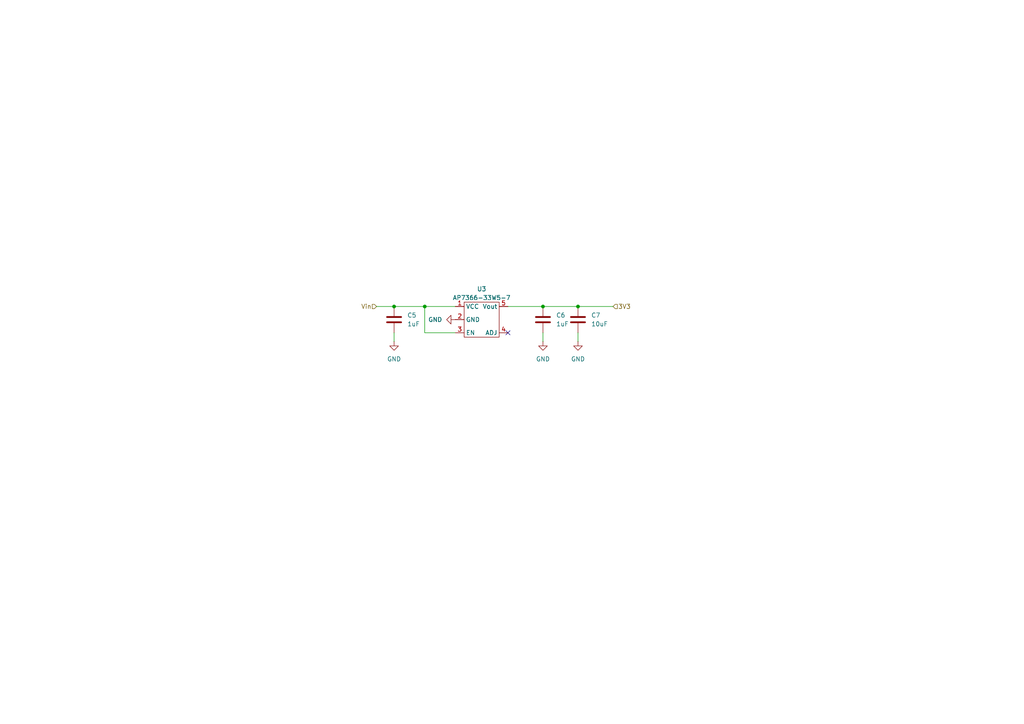
<source format=kicad_sch>
(kicad_sch (version 20231120) (generator "eeschema") (generator_version "8.0")
  (paper "A4")
  (lib_symbols
    (symbol "AP7366_SOT_25:AP7366_SOT25"
      (property "Reference" "U" (at 0 5.334 0))
      (symbol "AP7366_SOT25_0_1"
        (rectangle (start -5.08 3.81) (end 5.08 -6.35))
      )
      (symbol "AP7366_SOT25_1_1"
        (pin power_in line (at -7.62 2.54 0) (length 2.54) (name "VCC") (number "1"))
        (pin power_in line (at -7.62 -1.27 0) (length 2.54) (name "GND") (number "2"))
        (pin input line (at -7.62 -5.08 0) (length 2.54) (name "EN") (number "3"))
        (pin power_in line (at 7.62 -5.08 180) (length 2.54) (name "ADJ") (number "4"))
        (pin power_in line (at 7.62 2.54 180) (length 2.54) (name "Vout") (number "5"))
      )
    )
    (symbol "Device:C" (pin_numbers hide) (pin_names (offset 0.254))
      (property "Reference" "C" (at 0.635 2.54 0))
      (property "Value" "C" (at 0.635 -2.54 0))
      (symbol "C_0_1"
        (polyline (pts (xy -2.032 -0.762) (xy 2.032 -0.762)) (stroke (width 0.508)))
        (polyline (pts (xy -2.032 0.762) (xy 2.032 0.762)) (stroke (width 0.508)))
      )
      (symbol "C_1_1"
        (pin passive line (at 0 3.81 270) (length 2.794) (name "~") (number "1"))
        (pin passive line (at 0 -3.81 90) (length 2.794) (name "~") (number "2"))
      )
    )
    (symbol "power:GND" (power) (pin_numbers hide) (pin_names (offset 0) hide)
      (property "Value" "GND" (at 0 -3.81 0))
      (symbol "GND_0_1"
        (polyline (pts (xy 0 0) (xy 0 -1.27) (xy 1.27 -1.27) (xy 0 -2.54) (xy -1.27 -1.27) (xy 0 -1.27)))
      )
      (symbol "GND_1_1"
        (pin power_in line (at 0 0 270) (length 0) (name "~") (number "1"))
      )
    )
  )
  (junction (at 123.19 88.9))
  (junction (at 114.3 88.9))
  (junction (at 167.64 88.9))
  (junction (at 157.48 88.9))
  (no_connect (at 147.32 96.52))
  (wire (pts (xy 114.3 88.9) (xy 123.19 88.9)))
  (wire (pts (xy 167.64 96.52) (xy 167.64 99.06)))
  (wire (pts (xy 132.08 96.52) (xy 123.19 96.52)))
  (wire (pts (xy 157.48 96.52) (xy 157.48 99.06)))
  (wire (pts (xy 109.22 88.9) (xy 114.3 88.9)))
  (wire (pts (xy 123.19 96.52) (xy 123.19 88.9)))
  (wire (pts (xy 123.19 88.9) (xy 132.08 88.9)))
  (wire (pts (xy 167.64 88.9) (xy 157.48 88.9)))
  (wire (pts (xy 114.3 96.52) (xy 114.3 99.06)))
  (wire (pts (xy 167.64 88.9) (xy 177.8 88.9)))
  (wire (pts (xy 147.32 88.9) (xy 157.48 88.9)))
  (hierarchical_label "3V3" (shape input) (at 177.8 88.9 0))
  (hierarchical_label "Vin" (shape input) (at 109.22 88.9 180))
  (symbol (lib_id "AP7366_SOT_25:AP7366_SOT25") (at 139.7 91.44 0) (unit 1)
    (property "Reference" "U3" (at 139.7 83.82 0))
    (property "Value" "AP7366-33W5-7" (at 139.7 86.36 0))
    (property "Footprint" "AP7366-SOT25:AP7366" (effects (hide yes)))
  )
  (symbol (lib_id "power:GND") (at 114.3 99.06 0) (unit 1)
    (property "Reference" "#PWR019" (effects (hide yes)))
    (property "Value" "GND" (at 114.3 104.14 0))
    (property "Description" "Power symbol creates a global label with name \"GND\" , ground" (effects (hide yes)))
  )
  (symbol (lib_id "Device:C") (at 157.48 92.71 0) (unit 1)
    (property "Reference" "C6" (at 161.29 91.4399 0) (effects (justify left)))
    (property "Value" "1uF" (at 161.29 93.9799 0) (effects (justify left)))
    (property "Footprint" "Resistor_SMD:R_0603_1608Metric" (effects (hide yes)))
    (property "Description" "Unpolarized capacitor" (effects (hide yes)))
  )
  (symbol (lib_id "power:GND") (at 157.48 99.06 0) (unit 1)
    (property "Reference" "#PWR023" (effects (hide yes)))
    (property "Value" "GND" (at 157.48 104.14 0))
    (property "Description" "Power symbol creates a global label with name \"GND\" , ground" (effects (hide yes)))
  )
  (symbol (lib_id "Device:C") (at 167.64 92.71 0) (unit 1)
    (property "Reference" "C7" (at 171.45 91.4399 0) (effects (justify left)))
    (property "Value" "10uF" (at 171.45 93.9799 0) (effects (justify left)))
    (property "Footprint" "Capacitor_SMD:C_0603_1608Metric" (effects (hide yes)))
    (property "Description" "Unpolarized capacitor" (effects (hide yes)))
  )
  (symbol (lib_id "power:GND") (at 132.08 92.71 270) (unit 1)
    (property "Reference" "#PWR022" (effects (hide yes)))
    (property "Value" "GND" (at 128.27 92.7099 90) (effects (justify right)))
    (property "Description" "Power symbol creates a global label with name \"GND\" , ground" (effects (hide yes)))
  )
  (symbol (lib_id "Device:C") (at 114.3 92.71 0) (unit 1)
    (property "Reference" "C5" (at 118.11 91.4399 0) (effects (justify left)))
    (property "Value" "1uF" (at 118.11 93.9799 0) (effects (justify left)))
    (property "Footprint" "Resistor_SMD:R_0603_1608Metric" (effects (hide yes)))
    (property "Description" "Unpolarized capacitor" (effects (hide yes)))
  )
  (symbol (lib_id "power:GND") (at 167.64 99.06 0) (unit 1)
    (property "Reference" "#PWR024" (effects (hide yes)))
    (property "Value" "GND" (at 167.64 104.14 0))
    (property "Description" "Power symbol creates a global label with name \"GND\" , ground" (effects (hide yes)))
  )
)
</source>
